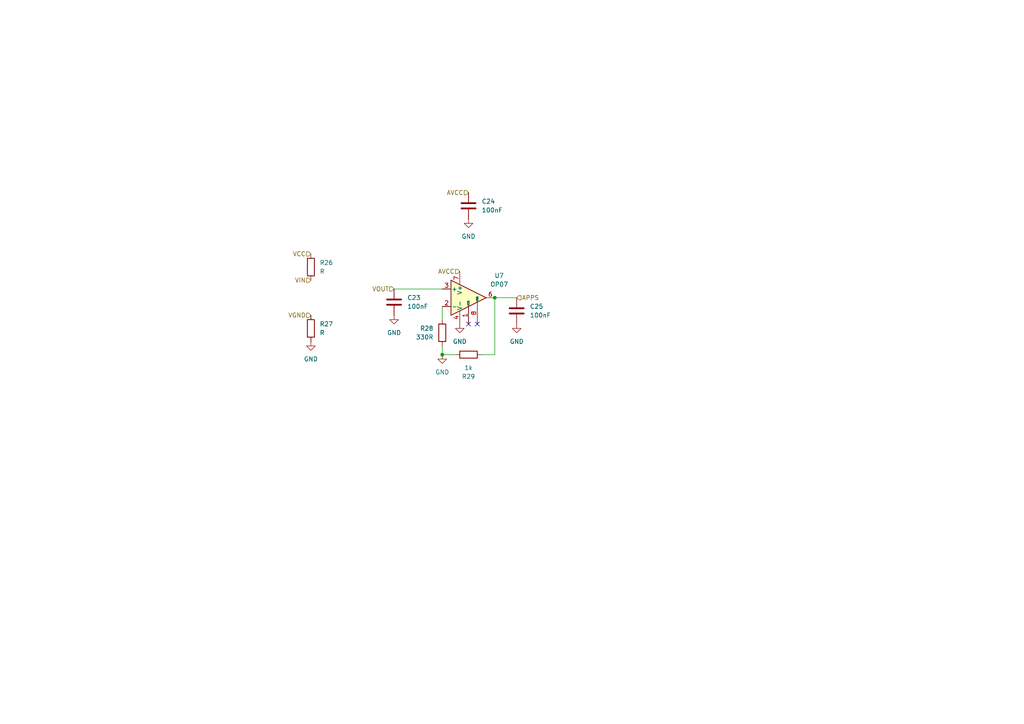
<source format=kicad_sch>
(kicad_sch (version 20250114) (generator "eeschema") (generator_version "9.0")
  (paper "A4")
  (lib_symbols
    (symbol "Amplifier_Operational:OP07" (pin_names (offset 0.127))
      (property "Reference" "U" (at 1.27 6.35 0))
      (property "Value" "OP07" (at 1.27 3.81 0))
      (symbol "OP07_0_1"
        (polyline (pts (xy -5.08 5.08) (xy 5.08 0) (xy -5.08 -5.08) (xy -5.08 5.08)) (stroke (width 0.254)) (fill (type background)))
      )
      (symbol "OP07_1_1"
        (pin input line (at -7.62 2.54 0) (length 2.54) (name "+") (number "3"))
        (pin input line (at -7.62 -2.54 0) (length 2.54) (name "-") (number "2"))
        (pin power_in line (at -2.54 7.62 270) (length 3.81) (name "V+") (number "7"))
        (pin power_in line (at -2.54 -7.62 90) (length 3.81) (name "V-") (number "4"))
        (pin no_connect line (at 0 2.54 270) (length 2.54) (hide yes) (name "NC") (number "5"))
        (pin input line (at 0 -7.62 90) (length 5.08) (name "VOS") (number "1"))
        (pin input line (at 2.54 -7.62 90) (length 6.35) (name "VOS") (number "8"))
        (pin output line (at 7.62 0 180) (length 2.54) (name "~") (number "6"))
      )
    )
    (symbol "Device:C" (pin_numbers (hide yes)) (pin_names (offset 0.254))
      (property "Reference" "C" (at 0.635 2.54 0))
      (property "Value" "C" (at 0.635 -2.54 0))
      (symbol "C_0_1"
        (polyline (pts (xy -2.032 0.762) (xy 2.032 0.762)) (stroke (width 0.508)))
        (polyline (pts (xy -2.032 -0.762) (xy 2.032 -0.762)) (stroke (width 0.508)))
      )
      (symbol "C_1_1"
        (pin passive line (at 0 3.81 270) (length 2.794) (name "~") (number "1"))
        (pin passive line (at 0 -3.81 90) (length 2.794) (name "~") (number "2"))
      )
    )
    (symbol "Device:R" (pin_numbers (hide yes)) (pin_names (offset 0))
      (property "Reference" "R" (at 2.032 0 90))
      (property "Value" "R" (at 0 0 90))
      (symbol "R_0_1"
        (rectangle (start -1.016 -2.54) (end 1.016 2.54) (stroke (width 0.254)))
      )
      (symbol "R_1_1"
        (pin passive line (at 0 3.81 270) (length 1.27) (name "~") (number "1"))
        (pin passive line (at 0 -3.81 90) (length 1.27) (name "~") (number "2"))
      )
    )
    (symbol "power:GND" (power) (pin_numbers (hide yes)) (pin_names (offset 0) (hide yes))
      (property "Value" "GND" (at 0 -3.81 0))
      (symbol "GND_0_1"
        (polyline (pts (xy 0 0) (xy 0 -1.27) (xy 1.27 -1.27) (xy 0 -2.54) (xy -1.27 -1.27) (xy 0 -1.27)))
      )
      (symbol "GND_1_1"
        (pin power_in line (at 0 0 270) (length 0) (name "~") (number "1"))
      )
    )
  )
  (junction (at 143.51 86.36))
  (junction (at 128.27 102.87))
  (no_connect (at 138.43 93.98))
  (no_connect (at 135.89 93.98))
  (wire (pts (xy 128.27 102.87) (xy 132.08 102.87)))
  (wire (pts (xy 128.27 100.33) (xy 128.27 102.87)))
  (wire (pts (xy 143.51 86.36) (xy 149.86 86.36)))
  (wire (pts (xy 114.3 83.82) (xy 128.27 83.82)))
  (wire (pts (xy 143.51 102.87) (xy 143.51 86.36)))
  (wire (pts (xy 139.7 102.87) (xy 143.51 102.87)))
  (wire (pts (xy 128.27 88.9) (xy 128.27 92.71)))
  (hierarchical_label "VCC" (shape input) (at 90.17 73.66 180))
  (hierarchical_label "APPS" (shape input) (at 149.86 86.36 0))
  (hierarchical_label "VIN" (shape input) (at 90.17 81.28 180))
  (hierarchical_label "AVCC" (shape input) (at 133.35 78.74 180))
  (hierarchical_label "VOUT" (shape input) (at 114.3 83.82 180))
  (hierarchical_label "VGND" (shape input) (at 90.17 91.44 180))
  (hierarchical_label "AVCC" (shape input) (at 135.89 55.88 180))
  (symbol (lib_id "Device:R") (at 135.89 102.87 90) (mirror x) (unit 1)
    (property "Reference" "R29" (at 135.89 109.22 90))
    (property "Value" "1k" (at 135.89 106.68 90))
    (property "Footprint" "RMC_Resistor:R_0805_2012Metric_Pad1.20x1.40mm_HandSolder_L" (effects (hide yes)))
    (property "Description" "Resistor" (effects (hide yes)))
  )
  (symbol (lib_id "power:GND") (at 128.27 102.87 0) (unit 1)
    (property "Reference" "#PWR060" (effects (hide yes)))
    (property "Value" "GND" (at 128.27 107.95 0))
    (property "Description" "Power symbol creates a global label with name \"GND\" , ground" (effects (hide yes)))
  )
  (symbol (lib_id "power:GND") (at 149.86 93.98 0) (unit 1)
    (property "Reference" "#PWR063" (effects (hide yes)))
    (property "Value" "GND" (at 149.86 99.06 0))
    (property "Description" "Power symbol creates a global label with name \"GND\" , ground" (effects (hide yes)))
  )
  (symbol (lib_id "Device:R") (at 90.17 95.25 0) (unit 1)
    (property "Reference" "R27" (at 92.71 93.9799 0) (effects (justify left)))
    (property "Value" "R" (at 92.71 96.5199 0) (effects (justify left)))
    (property "Footprint" "RMC_Resistor:R_0805_2012Metric_Pad1.20x1.40mm_HandSolder_L" (effects (hide yes)))
    (property "Description" "Resistor" (effects (hide yes)))
  )
  (symbol (lib_id "Device:R") (at 90.17 77.47 0) (unit 1)
    (property "Reference" "R26" (at 92.71 76.1999 0) (effects (justify left)))
    (property "Value" "R" (at 92.71 78.7399 0) (effects (justify left)))
    (property "Footprint" "RMC_Resistor:R_0805_2012Metric_Pad1.20x1.40mm_HandSolder_L" (effects (hide yes)))
    (property "Description" "Resistor" (effects (hide yes)))
  )
  (symbol (lib_id "Device:C") (at 149.86 90.17 0) (unit 1)
    (property "Reference" "C25" (at 153.67 88.8999 0) (effects (justify left)))
    (property "Value" "100nF" (at 153.67 91.4399 0) (effects (justify left)))
    (property "Footprint" "RMC_Capacitor:C_0805_2012Metric_Pad1.18x1.45mm_HandSolder_L" (effects (hide yes)))
    (property "Description" "Unpolarized capacitor" (effects (hide yes)))
  )
  (symbol (lib_id "power:GND") (at 135.89 63.5 0) (unit 1)
    (property "Reference" "#PWR062" (effects (hide yes)))
    (property "Value" "GND" (at 135.89 68.58 0))
    (property "Description" "Power symbol creates a global label with name \"GND\" , ground" (effects (hide yes)))
  )
  (symbol (lib_id "Device:R") (at 128.27 96.52 0) (mirror y) (unit 1)
    (property "Reference" "R28" (at 125.73 95.2499 0) (effects (justify left)))
    (property "Value" "330R" (at 125.73 97.7899 0) (effects (justify left)))
    (property "Footprint" "RMC_Resistor:R_0805_2012Metric_Pad1.20x1.40mm_HandSolder_L" (effects (hide yes)))
    (property "Description" "Resistor" (effects (hide yes)))
  )
  (symbol (lib_id "power:GND") (at 90.17 99.06 0) (unit 1)
    (property "Reference" "#PWR058" (effects (hide yes)))
    (property "Value" "GND" (at 90.17 104.14 0))
    (property "Description" "Power symbol creates a global label with name \"GND\" , ground" (effects (hide yes)))
  )
  (symbol (lib_id "power:GND") (at 133.35 93.98 0) (unit 1)
    (property "Reference" "#PWR061" (effects (hide yes)))
    (property "Value" "GND" (at 133.35 99.06 0))
    (property "Description" "Power symbol creates a global label with name \"GND\" , ground" (effects (hide yes)))
  )
  (symbol (lib_id "Device:C") (at 114.3 87.63 0) (unit 1)
    (property "Reference" "C23" (at 118.11 86.3599 0) (effects (justify left)))
    (property "Value" "100nF" (at 118.11 88.8999 0) (effects (justify left)))
    (property "Footprint" "RMC_Capacitor:C_0805_2012Metric_Pad1.18x1.45mm_HandSolder_L" (effects (hide yes)))
    (property "Description" "Unpolarized capacitor" (effects (hide yes)))
  )
  (symbol (lib_id "Device:C") (at 135.89 59.69 0) (unit 1)
    (property "Reference" "C24" (at 139.7 58.4199 0) (effects (justify left)))
    (property "Value" "100nF" (at 139.7 60.9599 0) (effects (justify left)))
    (property "Footprint" "RMC_Capacitor:C_0805_2012Metric_Pad1.18x1.45mm_HandSolder_L" (effects (hide yes)))
    (property "Description" "Unpolarized capacitor" (effects (hide yes)))
  )
  (symbol (lib_id "power:GND") (at 114.3 91.44 0) (unit 1)
    (property "Reference" "#PWR059" (effects (hide yes)))
    (property "Value" "GND" (at 114.3 96.52 0))
    (property "Description" "Power symbol creates a global label with name \"GND\" , ground" (effects (hide yes)))
  )
  (symbol (lib_id "Amplifier_Operational:OP07") (at 135.89 86.36 0) (unit 1)
    (property "Reference" "U7" (at 144.78 79.9398 0))
    (property "Value" "OP07" (at 144.78 82.4798 0))
    (property "Footprint" "RMC_SO:SOIC-8_3.9x4.9mm_P1.27mm_RMC_Handsolder" (effects (hide yes)))
    (property "Datasheet" "https://www.analog.com/media/en/technical-documentation/data-sheets/OP07.pdf" (effects (hide yes)))
    (property "Description" "Single Ultra-Low Offset Voltage Operational Amplifier, DIP-8/SOIC-8" (effects (hide yes)))
  )
)
</source>
